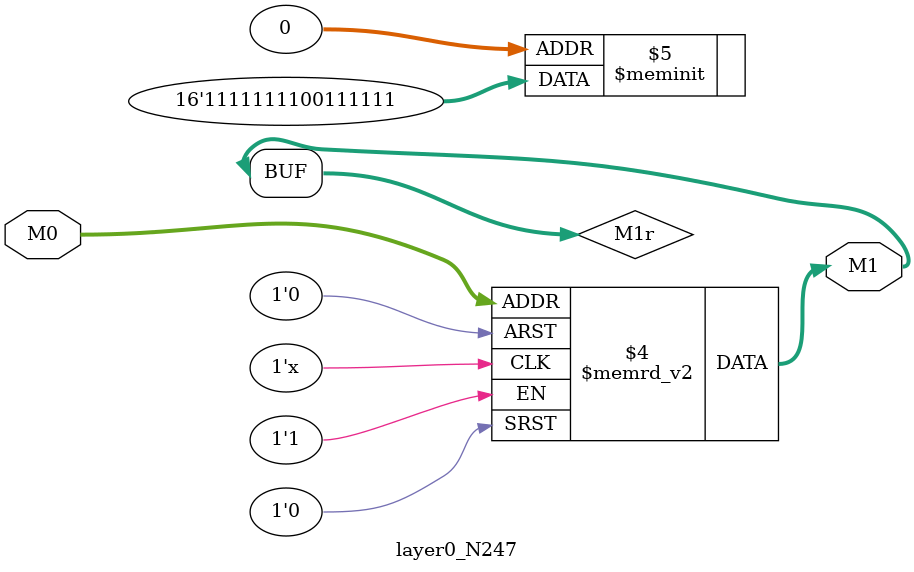
<source format=v>
module layer0_N247 ( input [2:0] M0, output [1:0] M1 );

	(*rom_style = "distributed" *) reg [1:0] M1r;
	assign M1 = M1r;
	always @ (M0) begin
		case (M0)
			3'b000: M1r = 2'b11;
			3'b100: M1r = 2'b11;
			3'b010: M1r = 2'b11;
			3'b110: M1r = 2'b11;
			3'b001: M1r = 2'b11;
			3'b101: M1r = 2'b11;
			3'b011: M1r = 2'b00;
			3'b111: M1r = 2'b11;

		endcase
	end
endmodule

</source>
